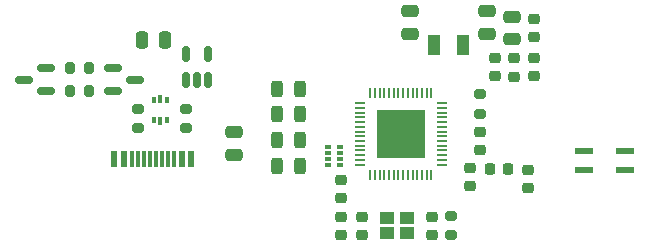
<source format=gtp>
G04 #@! TF.GenerationSoftware,KiCad,Pcbnew,7.0.9-7.0.9~ubuntu22.04.1*
G04 #@! TF.CreationDate,2024-01-30T16:06:37+01:00*
G04 #@! TF.ProjectId,v7-soc-8bit,76372d73-6f63-42d3-9862-69742e6b6963,rev?*
G04 #@! TF.SameCoordinates,Original*
G04 #@! TF.FileFunction,Paste,Top*
G04 #@! TF.FilePolarity,Positive*
%FSLAX46Y46*%
G04 Gerber Fmt 4.6, Leading zero omitted, Abs format (unit mm)*
G04 Created by KiCad (PCBNEW 7.0.9-7.0.9~ubuntu22.04.1) date 2024-01-30 16:06:37*
%MOMM*%
%LPD*%
G01*
G04 APERTURE LIST*
G04 Aperture macros list*
%AMRoundRect*
0 Rectangle with rounded corners*
0 $1 Rounding radius*
0 $2 $3 $4 $5 $6 $7 $8 $9 X,Y pos of 4 corners*
0 Add a 4 corners polygon primitive as box body*
4,1,4,$2,$3,$4,$5,$6,$7,$8,$9,$2,$3,0*
0 Add four circle primitives for the rounded corners*
1,1,$1+$1,$2,$3*
1,1,$1+$1,$4,$5*
1,1,$1+$1,$6,$7*
1,1,$1+$1,$8,$9*
0 Add four rect primitives between the rounded corners*
20,1,$1+$1,$2,$3,$4,$5,0*
20,1,$1+$1,$4,$5,$6,$7,0*
20,1,$1+$1,$6,$7,$8,$9,0*
20,1,$1+$1,$8,$9,$2,$3,0*%
G04 Aperture macros list end*
%ADD10RoundRect,0.250000X-0.475000X0.250000X-0.475000X-0.250000X0.475000X-0.250000X0.475000X0.250000X0*%
%ADD11R,0.600000X1.450000*%
%ADD12R,0.300000X1.450000*%
%ADD13RoundRect,0.200000X-0.275000X0.200000X-0.275000X-0.200000X0.275000X-0.200000X0.275000X0.200000X0*%
%ADD14R,1.193800X0.990600*%
%ADD15RoundRect,0.200000X0.275000X-0.200000X0.275000X0.200000X-0.275000X0.200000X-0.275000X-0.200000X0*%
%ADD16RoundRect,0.200000X-0.200000X-0.275000X0.200000X-0.275000X0.200000X0.275000X-0.200000X0.275000X0*%
%ADD17R,0.500000X0.320000*%
%ADD18RoundRect,0.225000X-0.250000X0.225000X-0.250000X-0.225000X0.250000X-0.225000X0.250000X0.225000X0*%
%ADD19RoundRect,0.218750X-0.256250X0.218750X-0.256250X-0.218750X0.256250X-0.218750X0.256250X0.218750X0*%
%ADD20RoundRect,0.150000X-0.587500X-0.150000X0.587500X-0.150000X0.587500X0.150000X-0.587500X0.150000X0*%
%ADD21RoundRect,0.243750X-0.243750X-0.456250X0.243750X-0.456250X0.243750X0.456250X-0.243750X0.456250X0*%
%ADD22RoundRect,0.225000X0.250000X-0.225000X0.250000X0.225000X-0.250000X0.225000X-0.250000X-0.225000X0*%
%ADD23R,1.000000X1.800000*%
%ADD24RoundRect,0.218750X0.218750X0.256250X-0.218750X0.256250X-0.218750X-0.256250X0.218750X-0.256250X0*%
%ADD25R,0.850000X0.200000*%
%ADD26R,0.200000X0.850000*%
%ADD27R,4.050000X4.050000*%
%ADD28RoundRect,0.200000X0.200000X0.275000X-0.200000X0.275000X-0.200000X-0.275000X0.200000X-0.275000X0*%
%ADD29RoundRect,0.150000X0.150000X-0.512500X0.150000X0.512500X-0.150000X0.512500X-0.150000X-0.512500X0*%
%ADD30RoundRect,0.250000X-0.250000X-0.475000X0.250000X-0.475000X0.250000X0.475000X-0.250000X0.475000X0*%
%ADD31R,1.500000X0.600000*%
%ADD32RoundRect,0.150000X0.587500X0.150000X-0.587500X0.150000X-0.587500X-0.150000X0.587500X-0.150000X0*%
%ADD33R,0.375000X0.500000*%
%ADD34R,0.300000X0.650000*%
G04 APERTURE END LIST*
D10*
X78800000Y-38000000D03*
X78800000Y-39900000D03*
D11*
X45110000Y-50055000D03*
X45910000Y-50055000D03*
D12*
X47110000Y-50055000D03*
X48110000Y-50055000D03*
X48610000Y-50055000D03*
X49610000Y-50055000D03*
D11*
X50810000Y-50055000D03*
X51610000Y-50055000D03*
X51610000Y-50055000D03*
X50810000Y-50055000D03*
D12*
X50110000Y-50055000D03*
X49110000Y-50055000D03*
X47610000Y-50055000D03*
X46610000Y-50055000D03*
D11*
X45910000Y-50055000D03*
X45110000Y-50055000D03*
D13*
X76020000Y-44565000D03*
X76020000Y-46215000D03*
D14*
X68159999Y-56339999D03*
X69860001Y-56339999D03*
X69860001Y-55040001D03*
X68159999Y-55040001D03*
D15*
X51150000Y-47425000D03*
X51150000Y-45775000D03*
D16*
X41335000Y-44280000D03*
X42985000Y-44280000D03*
D17*
X63180000Y-49020000D03*
X63180000Y-49520000D03*
X63180000Y-50020000D03*
X63180000Y-50520000D03*
X64180000Y-50520000D03*
X64180000Y-50020000D03*
X64180000Y-49520000D03*
X64180000Y-49020000D03*
D18*
X64270000Y-51810000D03*
X64270000Y-53360000D03*
D19*
X78940000Y-41492500D03*
X78940000Y-43067500D03*
D15*
X47080000Y-47425000D03*
X47080000Y-45775000D03*
D20*
X44982500Y-42370000D03*
X44982500Y-44270000D03*
X46857500Y-43320000D03*
D21*
X58902500Y-48433332D03*
X60777500Y-48433332D03*
D18*
X80670000Y-38185000D03*
X80670000Y-39735000D03*
D10*
X55255000Y-47775000D03*
X55255000Y-49675000D03*
D22*
X80590000Y-43055000D03*
X80590000Y-41505000D03*
D10*
X70100000Y-37550000D03*
X70100000Y-39450000D03*
D18*
X66085000Y-54915000D03*
X66085000Y-56465000D03*
D13*
X73600000Y-54865000D03*
X73600000Y-56515000D03*
D18*
X75220000Y-50800000D03*
X75220000Y-52350000D03*
D10*
X76650000Y-37550000D03*
X76650000Y-39450000D03*
D23*
X74625000Y-40400000D03*
X72125000Y-40400000D03*
D24*
X78437500Y-50910000D03*
X76862500Y-50910000D03*
D25*
X72800000Y-50525000D03*
X72800000Y-50125000D03*
X72800000Y-49725000D03*
X72800000Y-49325000D03*
X72800000Y-48925000D03*
X72800000Y-48525000D03*
X72800000Y-48125000D03*
X72800000Y-47725000D03*
X72800000Y-47325000D03*
X72800000Y-46925000D03*
X72800000Y-46525000D03*
X72800000Y-46125000D03*
X72800000Y-45725000D03*
X72800000Y-45325000D03*
D26*
X71950000Y-44475000D03*
X71550000Y-44475000D03*
X71150000Y-44475000D03*
X70750000Y-44475000D03*
X70350000Y-44475000D03*
X69950000Y-44475000D03*
X69550000Y-44475000D03*
X69150000Y-44475000D03*
X68750000Y-44475000D03*
X68350000Y-44475000D03*
X67950000Y-44475000D03*
X67550000Y-44475000D03*
X67150000Y-44475000D03*
X66750000Y-44475000D03*
D25*
X65900000Y-45325000D03*
X65900000Y-45725000D03*
X65900000Y-46125000D03*
X65900000Y-46525000D03*
X65900000Y-46925000D03*
X65900000Y-47325000D03*
X65900000Y-47725000D03*
X65900000Y-48125000D03*
X65900000Y-48525000D03*
X65900000Y-48925000D03*
X65900000Y-49325000D03*
X65900000Y-49725000D03*
X65900000Y-50125000D03*
X65900000Y-50525000D03*
D26*
X66750000Y-51375000D03*
X67150000Y-51375000D03*
X67550000Y-51375000D03*
X67950000Y-51375000D03*
X68350000Y-51375000D03*
X68750000Y-51375000D03*
X69150000Y-51375000D03*
X69550000Y-51375000D03*
X69950000Y-51375000D03*
X70350000Y-51375000D03*
X70750000Y-51375000D03*
X71150000Y-51375000D03*
X71550000Y-51375000D03*
X71950000Y-51375000D03*
D27*
X69350000Y-47925000D03*
D21*
X58902500Y-50610000D03*
X60777500Y-50610000D03*
D28*
X42985000Y-42350000D03*
X41335000Y-42350000D03*
D29*
X51160000Y-43397500D03*
X52110000Y-43397500D03*
X53060000Y-43397500D03*
X53060000Y-41122500D03*
X51160000Y-41122500D03*
D18*
X80130000Y-50990000D03*
X80130000Y-52540000D03*
D21*
X58902500Y-44080000D03*
X60777500Y-44080000D03*
X58902500Y-46256666D03*
X60777500Y-46256666D03*
D30*
X47480000Y-40010000D03*
X49380000Y-40010000D03*
D18*
X77290000Y-41505000D03*
X77290000Y-43055000D03*
D31*
X84860000Y-50980000D03*
X88360000Y-50980000D03*
X88360000Y-49380000D03*
X84860000Y-49380000D03*
D32*
X39340000Y-44270000D03*
X39340000Y-42370000D03*
X37465000Y-43320000D03*
D18*
X76020000Y-47755000D03*
X76020000Y-49305000D03*
D22*
X71960000Y-56465000D03*
X71960000Y-54915000D03*
X64260000Y-56465000D03*
X64260000Y-54915000D03*
D33*
X48462500Y-46760000D03*
D34*
X49000000Y-46835000D03*
D33*
X49537500Y-46760000D03*
X49537500Y-45060000D03*
D34*
X49000000Y-44985000D03*
D33*
X48462500Y-45060000D03*
M02*

</source>
